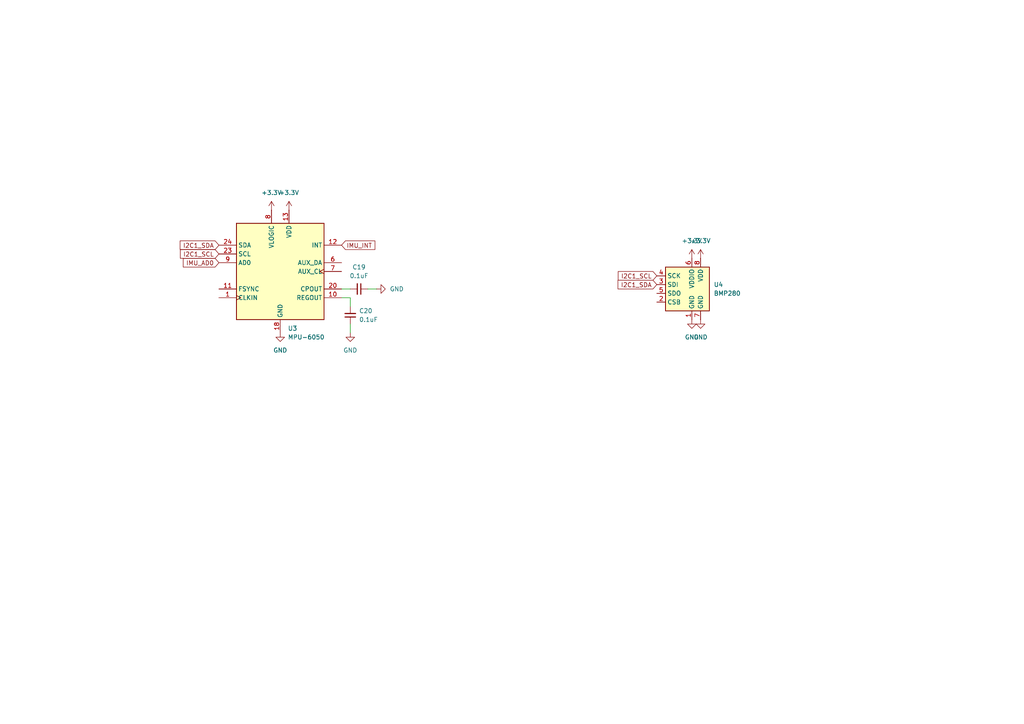
<source format=kicad_sch>
(kicad_sch (version 20231120) (generator "eeschema") (generator_version "8.0")
  (paper "A4")
  (lib_symbols
    (symbol "Device:C_Small" (pin_numbers hide) (pin_names (offset 0.254) hide)
      (property "Reference" "C" (at 0.254 1.778 0))
      (property "Value" "C_Small" (at 0.254 -2.032 0))
      (symbol "C_Small_0_1"
        (polyline (pts (xy -1.524 -0.508) (xy 1.524 -0.508)) (stroke (width 0.3302)))
        (polyline (pts (xy -1.524 0.508) (xy 1.524 0.508)) (stroke (width 0.3048)))
      )
      (symbol "C_Small_1_1"
        (pin passive line (at 0 2.54 270) (length 2.032) (name "~") (number "1"))
        (pin passive line (at 0 -2.54 90) (length 2.032) (name "~") (number "2"))
      )
    )
    (symbol "Sensor_Motion:MPU-6050"
      (property "Reference" "U" (at -11.43 13.97 0))
      (property "Value" "MPU-6050" (at 7.62 -15.24 0))
      (symbol "MPU-6050_0_0"
        (text "" (at 12.7 -2.54 0) (effects (font (size 1.27 1.27))))
      )
      (symbol "MPU-6050_0_1"
        (rectangle (start -12.7 13.97) (end 12.7 -13.97) (stroke (width 0.254)) (fill (type background)))
      )
      (symbol "MPU-6050_1_1"
        (pin input clock (at -17.78 -7.62 0) (length 5.08) (name "CLKIN") (number "1"))
        (pin passive line (at 17.78 -7.62 180) (length 5.08) (name "REGOUT") (number "10"))
        (pin input line (at -17.78 -5.08 0) (length 5.08) (name "FSYNC") (number "11"))
        (pin output line (at 17.78 7.62 180) (length 5.08) (name "INT") (number "12"))
        (pin power_in line (at 2.54 17.78 270) (length 3.81) (name "VDD") (number "13"))
        (pin no_connect line (at -12.7 -10.16 0) (length 2.54) hide (name "NC") (number "14"))
        (pin no_connect line (at 12.7 12.7 180) (length 2.54) hide (name "NC") (number "15"))
        (pin no_connect line (at 12.7 10.16 180) (length 2.54) hide (name "NC") (number "16"))
        (pin no_connect line (at 12.7 5.08 180) (length 2.54) hide (name "NC") (number "17"))
        (pin power_in line (at 0 -17.78 90) (length 3.81) (name "GND") (number "18"))
        (pin no_connect line (at 12.7 -10.16 180) (length 2.54) hide (name "RESV") (number "19"))
        (pin no_connect line (at -12.7 12.7 0) (length 2.54) hide (name "NC") (number "2"))
        (pin passive line (at 17.78 -5.08 180) (length 5.08) (name "CPOUT") (number "20"))
        (pin no_connect line (at 12.7 -2.54 180) (length 2.54) hide (name "RESV") (number "21"))
        (pin no_connect line (at 12.7 -12.7 180) (length 2.54) hide (name "RESV") (number "22"))
        (pin input line (at -17.78 5.08 0) (length 5.08) (name "SCL") (number "23"))
        (pin bidirectional line (at -17.78 7.62 0) (length 5.08) (name "SDA") (number "24"))
        (pin no_connect line (at -12.7 10.16 0) (length 2.54) hide (name "NC") (number "3"))
        (pin no_connect line (at -12.7 0 0) (length 2.54) hide (name "NC") (number "4"))
        (pin no_connect line (at -12.7 -2.54 0) (length 2.54) hide (name "NC") (number "5"))
        (pin bidirectional line (at 17.78 2.54 180) (length 5.08) (name "AUX_DA") (number "6"))
        (pin output clock (at 17.78 0 180) (length 5.08) (name "AUX_CL") (number "7"))
        (pin power_in line (at -2.54 17.78 270) (length 3.81) (name "VLOGIC") (number "8"))
        (pin input line (at -17.78 2.54 0) (length 5.08) (name "AD0") (number "9"))
      )
    )
    (symbol "Sensor_Pressure:BMP280"
      (property "Reference" "U" (at -7.62 10.16 0))
      (property "Value" "BMP280" (at 5.08 10.16 0))
      (symbol "BMP280_0_1"
        (rectangle (start -7.62 -5.08) (end 5.08 7.62) (stroke (width 0.254)) (fill (type background)))
      )
      (symbol "BMP280_1_1"
        (pin power_in line (at 0 -7.62 90) (length 2.54) (name "GND") (number "1"))
        (pin input line (at -10.16 -2.54 0) (length 2.54) (name "CSB") (number "2"))
        (pin bidirectional line (at -10.16 2.54 0) (length 2.54) (name "SDI") (number "3"))
        (pin input line (at -10.16 5.08 0) (length 2.54) (name "SCK") (number "4"))
        (pin bidirectional line (at -10.16 0 0) (length 2.54) (name "SDO") (number "5"))
        (pin power_in line (at 0 10.16 270) (length 2.54) (name "VDDIO") (number "6"))
        (pin power_in line (at 2.54 -7.62 90) (length 2.54) (name "GND") (number "7"))
        (pin power_in line (at 2.54 10.16 270) (length 2.54) (name "VDD") (number "8"))
      )
    )
    (symbol "power:+3.3V" (power) (pin_numbers hide) (pin_names (offset 0) hide)
      (property "Value" "+3.3V" (at 0 3.556 0))
      (symbol "+3.3V_0_1"
        (polyline (pts (xy -0.762 1.27) (xy 0 2.54)))
        (polyline (pts (xy 0 0) (xy 0 2.54)))
        (polyline (pts (xy 0 2.54) (xy 0.762 1.27)))
      )
      (symbol "+3.3V_1_1"
        (pin power_in line (at 0 0 90) (length 0) (name "~") (number "1"))
      )
    )
    (symbol "power:GND" (power) (pin_numbers hide) (pin_names (offset 0) hide)
      (property "Value" "GND" (at 0 -3.81 0))
      (symbol "GND_0_1"
        (polyline (pts (xy 0 0) (xy 0 -1.27) (xy 1.27 -1.27) (xy 0 -2.54) (xy -1.27 -1.27) (xy 0 -1.27)))
      )
      (symbol "GND_1_1"
        (pin power_in line (at 0 0 270) (length 0) (name "~") (number "1"))
      )
    )
  )
  (wire (pts (xy 101.6 93.98) (xy 101.6 96.52)))
  (wire (pts (xy 106.68 83.82) (xy 109.22 83.82)))
  (wire (pts (xy 101.6 86.36) (xy 101.6 88.9)))
  (wire (pts (xy 99.06 83.82) (xy 101.6 83.82)))
  (wire (pts (xy 99.06 86.36) (xy 101.6 86.36)))
  (global_label "I2C1_SCL" (shape input) (at 190.5 80.01 180) (property "Intersheetrefs" "${INTERSHEET_REFS}" (effects (hide yes))))
  (global_label "I2C1_SDA" (shape input) (at 190.5 82.55 180) (property "Intersheetrefs" "${INTERSHEET_REFS}" (effects (hide yes))))
  (global_label "IMU_AD0" (shape input) (at 63.5 76.2 180) (property "Intersheetrefs" "${INTERSHEET_REFS}" (effects (hide yes))))
  (global_label "I2C1_SCL" (shape input) (at 63.5 73.66 180) (property "Intersheetrefs" "${INTERSHEET_REFS}" (effects (hide yes))))
  (global_label "I2C1_SDA" (shape input) (at 63.5 71.12 180) (property "Intersheetrefs" "${INTERSHEET_REFS}" (effects (hide yes))))
  (global_label "IMU_INT" (shape input) (at 99.06 71.12 0) (property "Intersheetrefs" "${INTERSHEET_REFS}" (effects (hide yes))))
  (symbol (lib_id "power:GND") (at 200.66 92.71 0) (unit 1)
    (property "Reference" "#PWR069" (effects (hide yes)))
    (property "Value" "GND" (at 200.66 97.79 0))
    (property "Description" "Power symbol creates a global label with name \"GND\" , ground" (effects (hide yes)))
  )
  (symbol (lib_id "power:GND") (at 101.6 96.52 0) (unit 1)
    (property "Reference" "#PWR068" (effects (hide yes)))
    (property "Value" "GND" (at 101.6 101.6 0))
    (property "Description" "Power symbol creates a global label with name \"GND\" , ground" (effects (hide yes)))
  )
  (symbol (lib_id "power:GND") (at 81.28 96.52 0) (unit 1)
    (property "Reference" "#PWR064" (effects (hide yes)))
    (property "Value" "GND" (at 81.28 101.6 0))
    (property "Description" "Power symbol creates a global label with name \"GND\" , ground" (effects (hide yes)))
  )
  (symbol (lib_id "Sensor_Pressure:BMP280") (at 200.66 85.09 0) (unit 1)
    (property "Reference" "U4" (at 207.01 82.5499 0) (effects (justify left)))
    (property "Value" "BMP280" (at 207.01 85.0899 0) (effects (justify left)))
    (property "Footprint" "Package_LGA:Bosch_LGA-8_2x2.5mm_P0.65mm_ClockwisePinNumbering" (effects (hide yes)))
    (property "Datasheet" "https://ae-bst.resource.bosch.com/media/_tech/media/datasheets/BST-BMP280-DS001.pdf" (effects (hide yes)))
    (property "Description" "Absolute Barometric Pressure Sensor, LGA-8" (effects (hide yes)))
  )
  (symbol (lib_id "Sensor_Motion:MPU-6050") (at 81.28 78.74 0) (unit 1)
    (property "Reference" "U3" (at 83.4741 95.25 0) (effects (justify left)))
    (property "Value" "MPU-6050" (at 83.4741 97.79 0) (effects (justify left)))
    (property "Footprint" "Sensor_Motion:InvenSense_QFN-24_4x4mm_P0.5mm" (effects (hide yes)))
    (property "Datasheet" "https://invensense.tdk.com/wp-content/uploads/2015/02/MPU-6000-Datasheet1.pdf" (effects (hide yes)))
    (property "Description" "InvenSense 6-Axis Motion Sensor, Gyroscope, Accelerometer, I2C" (effects (hide yes)))
  )
  (symbol (lib_id "power:GND") (at 109.22 83.82 90) (unit 1)
    (property "Reference" "#PWR067" (effects (hide yes)))
    (property "Value" "GND" (at 113.03 83.8199 90) (effects (justify right)))
    (property "Description" "Power symbol creates a global label with name \"GND\" , ground" (effects (hide yes)))
  )
  (symbol (lib_id "power:+3.3V") (at 78.74 60.96 0) (unit 1)
    (property "Reference" "#PWR066" (effects (hide yes)))
    (property "Value" "+3.3V" (at 78.74 55.88 0))
    (property "Description" "Power symbol creates a global label with name \"+3.3V\"" (effects (hide yes)))
  )
  (symbol (lib_id "power:+3.3V") (at 203.2 74.93 0) (unit 1)
    (property "Reference" "#PWR072" (effects (hide yes)))
    (property "Value" "+3.3V" (at 203.2 69.85 0))
    (property "Description" "Power symbol creates a global label with name \"+3.3V\"" (effects (hide yes)))
  )
  (symbol (lib_id "power:+3.3V") (at 200.66 74.93 0) (unit 1)
    (property "Reference" "#PWR071" (effects (hide yes)))
    (property "Value" "+3.3V" (at 200.66 69.85 0))
    (property "Description" "Power symbol creates a global label with name \"+3.3V\"" (effects (hide yes)))
  )
  (symbol (lib_id "Device:C_Small") (at 101.6 91.44 180) (unit 1)
    (property "Reference" "C20" (at 104.14 90.1635 0) (effects (justify right)))
    (property "Value" "0.1uF" (at 104.14 92.7035 0) (effects (justify right)))
    (property "Footprint" "Capacitor_SMD:C_0402_1005Metric" (effects (hide yes)))
    (property "Description" "Unpolarized capacitor, small symbol" (effects (hide yes)))
  )
  (symbol (lib_id "Device:C_Small") (at 104.14 83.82 270) (unit 1)
    (property "Reference" "C19" (at 104.1336 77.47 90))
    (property "Value" "0.1uF" (at 104.1336 80.01 90))
    (property "Footprint" "Capacitor_SMD:C_0402_1005Metric" (effects (hide yes)))
    (property "Description" "Unpolarized capacitor, small symbol" (effects (hide yes)))
  )
  (symbol (lib_id "power:GND") (at 203.2 92.71 0) (unit 1)
    (property "Reference" "#PWR070" (effects (hide yes)))
    (property "Value" "GND" (at 203.2 97.79 0))
    (property "Description" "Power symbol creates a global label with name \"GND\" , ground" (effects (hide yes)))
  )
  (symbol (lib_id "power:+3.3V") (at 83.82 60.96 0) (unit 1)
    (property "Reference" "#PWR065" (effects (hide yes)))
    (property "Value" "+3.3V" (at 83.82 55.88 0))
    (property "Description" "Power symbol creates a global label with name \"+3.3V\"" (effects (hide yes)))
  )
)
</source>
